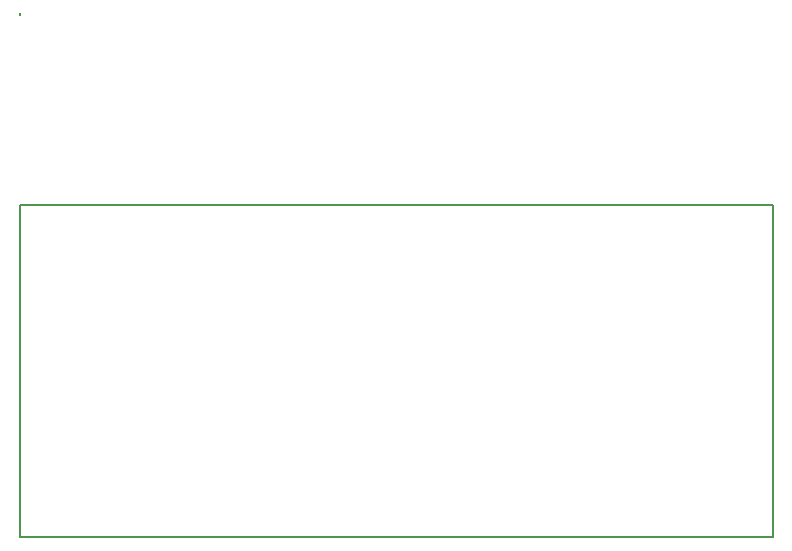
<source format=gbr>
G04 #@! TF.FileFunction,Profile,NP*
%FSLAX46Y46*%
G04 Gerber Fmt 4.6, Leading zero omitted, Abs format (unit mm)*
G04 Created by KiCad (PCBNEW 4.0.7-e2-6376~61~ubuntu18.04.1) date Sat May 19 14:08:53 2018*
%MOMM*%
%LPD*%
G01*
G04 APERTURE LIST*
%ADD10C,0.100000*%
%ADD11C,0.150000*%
G04 APERTURE END LIST*
D10*
D11*
X63754000Y0D02*
X63754000Y28067000D01*
X0Y0D02*
X63754000Y0D01*
X0Y28067000D02*
X0Y0D01*
X63754000Y28067000D02*
X0Y28067000D01*
X0Y44323000D02*
X0Y44196000D01*
M02*

</source>
